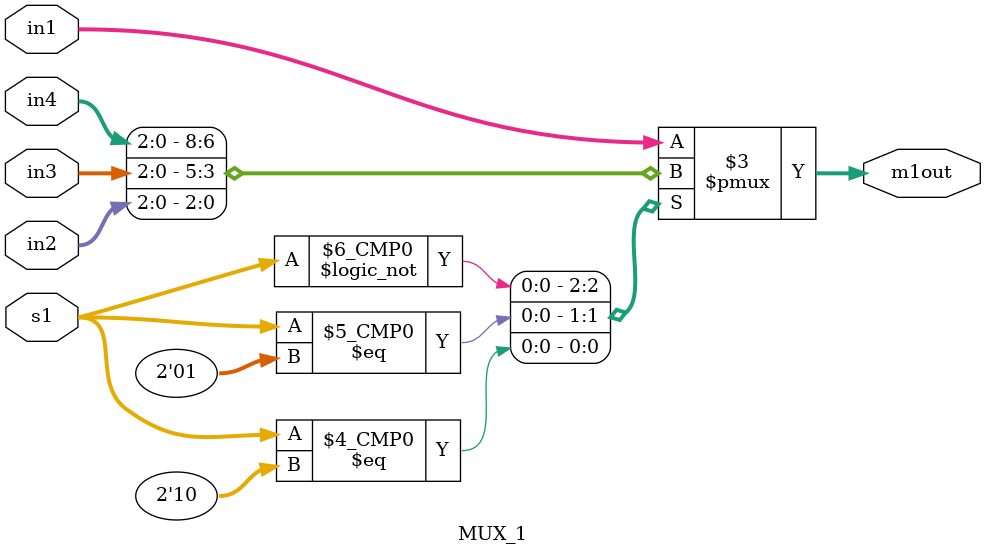
<source format=v>
`timescale 1ns / 1ps
module MUX_1(in1, in2, in3, in4, s1, m1out);
input [2:0] in1, in2, in3, in4; 
input [1:0] s1; 
output reg [2:0] m1out; 
always @ (in1, in2, in3, in4, s1)
begin
	case(s1)
		2'b00: m1out = in4; 
		2'b01: m1out = in3; 
		2'b10: m1out = in2; 
		default m1out = in1;
	endcase
end
endmodule

</source>
